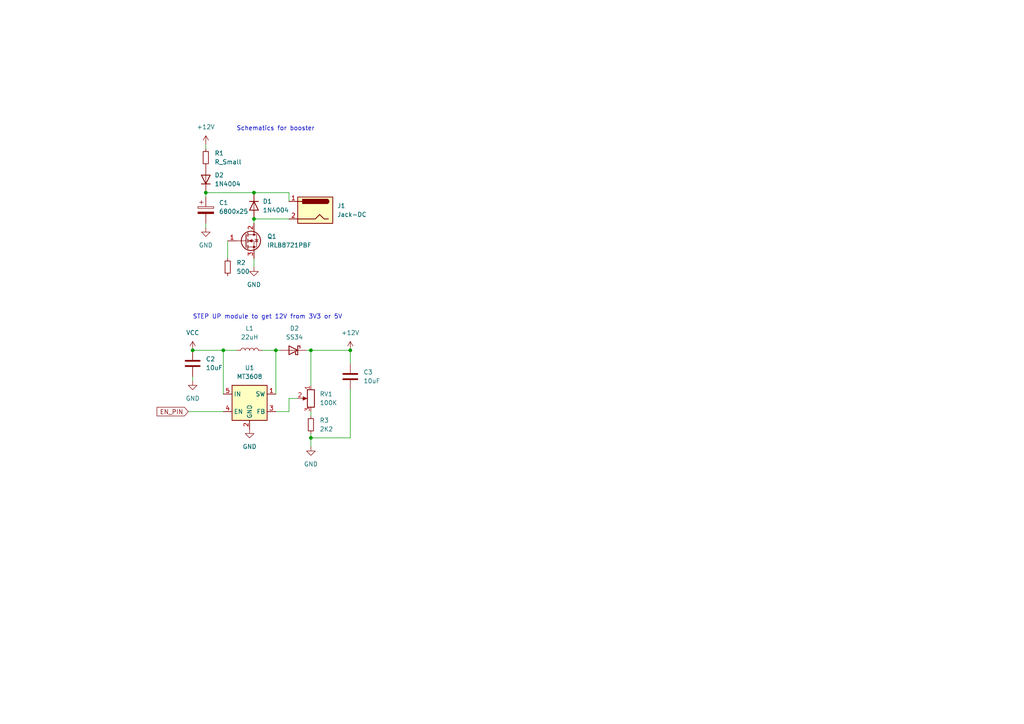
<source format=kicad_sch>
(kicad_sch (version 20211123) (generator eeschema)
  (paper "A4")
  (lib_symbols
    (symbol "Connector:Jack-DC" (pin_names (offset 1.016))
      (property "Reference" "J" (at 0 5.334 0))
      (property "Value" "Jack-DC" (at 0 -5.08 0))
      (symbol "Jack-DC_0_1"
        (rectangle (start -5.08 3.81) (end 5.08 -3.81) (stroke (width 0.254)) (fill (type background)))
        (arc (start -3.302 3.175) (mid -3.937 2.54) (end -3.302 1.905) (stroke (width 0.254)))
        (arc (start -3.302 3.175) (mid -3.937 2.54) (end -3.302 1.905) (stroke (width 0.254)) (fill (type outline)))
        (polyline (pts (xy 5.08 2.54) (xy 3.81 2.54)) (stroke (width 0.254)))
        (polyline (pts (xy -3.81 -2.54) (xy -2.54 -2.54) (xy -1.27 -1.27) (xy 0 -2.54) (xy 2.54 -2.54) (xy 5.08 -2.54)) (stroke (width 0.254)))
        (rectangle (start 3.683 3.175) (end -3.302 1.905) (stroke (width 0.254)) (fill (type outline)))
      )
      (symbol "Jack-DC_1_1"
        (pin passive line (at 7.62 2.54 180) (length 2.54) (name "~") (number "1"))
        (pin passive line (at 7.62 -2.54 180) (length 2.54) (name "~") (number "2"))
      )
    )
    (symbol "Device:C" (pin_numbers hide) (pin_names (offset 0.254))
      (property "Reference" "C" (at 0.635 2.54 0))
      (property "Value" "C" (at 0.635 -2.54 0))
      (symbol "C_0_1"
        (polyline (pts (xy -2.032 -0.762) (xy 2.032 -0.762)) (stroke (width 0.508)))
        (polyline (pts (xy -2.032 0.762) (xy 2.032 0.762)) (stroke (width 0.508)))
      )
      (symbol "C_1_1"
        (pin passive line (at 0 3.81 270) (length 2.794) (name "~") (number "1"))
        (pin passive line (at 0 -3.81 90) (length 2.794) (name "~") (number "2"))
      )
    )
    (symbol "Device:C_Polarized" (pin_numbers hide) (pin_names (offset 0.254))
      (property "Reference" "C" (at 0.635 2.54 0))
      (property "Value" "C_Polarized" (at 0.635 -2.54 0))
      (symbol "C_Polarized_0_1"
        (rectangle (start -2.286 0.508) (end 2.286 1.016))
        (polyline (pts (xy -1.778 2.286) (xy -0.762 2.286)))
        (polyline (pts (xy -1.27 2.794) (xy -1.27 1.778)))
        (rectangle (start 2.286 -0.508) (end -2.286 -1.016) (fill (type outline)))
      )
      (symbol "C_Polarized_1_1"
        (pin passive line (at 0 3.81 270) (length 2.794) (name "~") (number "1"))
        (pin passive line (at 0 -3.81 90) (length 2.794) (name "~") (number "2"))
      )
    )
    (symbol "Device:D_Schottky" (pin_numbers hide) (pin_names (offset 1.016) hide)
      (property "Reference" "D" (at 0 2.54 0))
      (property "Value" "D_Schottky" (at 0 -2.54 0))
      (symbol "D_Schottky_0_1"
        (polyline (pts (xy 1.27 0) (xy -1.27 0)))
        (polyline (pts (xy 1.27 1.27) (xy 1.27 -1.27) (xy -1.27 0) (xy 1.27 1.27)) (stroke (width 0.254)))
        (polyline (pts (xy -1.905 0.635) (xy -1.905 1.27) (xy -1.27 1.27) (xy -1.27 -1.27) (xy -0.635 -1.27) (xy -0.635 -0.635)) (stroke (width 0.254)))
      )
      (symbol "D_Schottky_1_1"
        (pin passive line (at -3.81 0 0) (length 2.54) (name "K") (number "1"))
        (pin passive line (at 3.81 0 180) (length 2.54) (name "A") (number "2"))
      )
    )
    (symbol "Device:L" (pin_numbers hide) (pin_names (offset 1.016) hide)
      (property "Reference" "L" (at -1.27 0 90))
      (property "Value" "L" (at 1.905 0 90))
      (symbol "L_0_1"
        (arc (start 0 -2.54) (mid 0.635 -1.905) (end 0 -1.27))
        (arc (start 0 -1.27) (mid 0.635 -0.635) (end 0 0))
        (arc (start 0 0) (mid 0.635 0.635) (end 0 1.27))
        (arc (start 0 1.27) (mid 0.635 1.905) (end 0 2.54))
      )
      (symbol "L_1_1"
        (pin passive line (at 0 3.81 270) (length 1.27) (name "1") (number "1"))
        (pin passive line (at 0 -3.81 90) (length 1.27) (name "2") (number "2"))
      )
    )
    (symbol "Device:R_Potentiometer" (pin_names (offset 1.016) hide)
      (property "Reference" "RV" (at -4.445 0 90))
      (property "Value" "R_Potentiometer" (at -2.54 0 90))
      (symbol "R_Potentiometer_0_1"
        (polyline (pts (xy 2.54 0) (xy 1.524 0)))
        (polyline (pts (xy 1.143 0) (xy 2.286 0.508) (xy 2.286 -0.508) (xy 1.143 0)) (fill (type outline)))
        (rectangle (start 1.016 2.54) (end -1.016 -2.54) (stroke (width 0.254)))
      )
      (symbol "R_Potentiometer_1_1"
        (pin passive line (at 0 3.81 270) (length 1.27) (name "1") (number "1"))
        (pin passive line (at 3.81 0 180) (length 1.27) (name "2") (number "2"))
        (pin passive line (at 0 -3.81 90) (length 1.27) (name "3") (number "3"))
      )
    )
    (symbol "Device:R_Small" (pin_numbers hide) (pin_names (offset 0.254) hide)
      (property "Reference" "R" (at 0.762 0.508 0))
      (property "Value" "R_Small" (at 0.762 -1.016 0))
      (symbol "R_Small_0_1"
        (rectangle (start -0.762 1.778) (end 0.762 -1.778) (stroke (width 0.2032)))
      )
      (symbol "R_Small_1_1"
        (pin passive line (at 0 2.54 270) (length 0.762) (name "~") (number "1"))
        (pin passive line (at 0 -2.54 90) (length 0.762) (name "~") (number "2"))
      )
    )
    (symbol "Diode:1N4004" (pin_numbers hide) (pin_names (offset 1.016) hide)
      (property "Reference" "D" (at 0 2.54 0))
      (property "Value" "1N4004" (at 0 -2.54 0))
      (symbol "1N4004_0_1"
        (polyline (pts (xy -1.27 1.27) (xy -1.27 -1.27)) (stroke (width 0.254)))
        (polyline (pts (xy 1.27 0) (xy -1.27 0)))
        (polyline (pts (xy 1.27 1.27) (xy 1.27 -1.27) (xy -1.27 0) (xy 1.27 1.27)) (stroke (width 0.254)))
      )
      (symbol "1N4004_1_1"
        (pin passive line (at -3.81 0 0) (length 2.54) (name "K") (number "1"))
        (pin passive line (at 3.81 0 180) (length 2.54) (name "A") (number "2"))
      )
    )
    (symbol "Regulator_Switching:MT3608"
      (property "Reference" "U" (at -2.54 8.89 0))
      (property "Value" "MT3608" (at -3.81 6.35 0))
      (symbol "MT3608_0_1"
        (rectangle (start -5.08 5.08) (end 5.08 -5.08) (stroke (width 0.254)) (fill (type background)))
      )
      (symbol "MT3608_1_1"
        (pin passive line (at 7.62 2.54 180) (length 2.54) (name "SW") (number "1"))
        (pin power_in line (at 0 -7.62 90) (length 2.54) (name "GND") (number "2"))
        (pin input line (at 7.62 -2.54 180) (length 2.54) (name "FB") (number "3"))
        (pin input line (at -7.62 -2.54 0) (length 2.54) (name "EN") (number "4"))
        (pin power_in line (at -7.62 2.54 0) (length 2.54) (name "IN") (number "5"))
        (pin no_connect line (at 5.08 0 180) (length 2.54) hide (name "NC") (number "6"))
      )
    )
    (symbol "Transistor_FET:IRLB8721PBF" (pin_names hide)
      (property "Reference" "Q" (at 6.35 1.905 0))
      (property "Value" "IRLB8721PBF" (at 6.35 0 0))
      (symbol "IRLB8721PBF_0_1"
        (polyline (pts (xy 0.254 0) (xy -2.54 0)))
        (polyline (pts (xy 0.254 1.905) (xy 0.254 -1.905)) (stroke (width 0.254)))
        (polyline (pts (xy 0.762 -1.27) (xy 0.762 -2.286)) (stroke (width 0.254)))
        (polyline (pts (xy 0.762 0.508) (xy 0.762 -0.508)) (stroke (width 0.254)))
        (polyline (pts (xy 0.762 2.286) (xy 0.762 1.27)) (stroke (width 0.254)))
        (polyline (pts (xy 2.54 2.54) (xy 2.54 1.778)))
        (polyline (pts (xy 2.54 -2.54) (xy 2.54 0) (xy 0.762 0)))
        (polyline (pts (xy 0.762 -1.778) (xy 3.302 -1.778) (xy 3.302 1.778) (xy 0.762 1.778)))
        (polyline (pts (xy 1.016 0) (xy 2.032 0.381) (xy 2.032 -0.381) (xy 1.016 0)) (fill (type outline)))
        (polyline (pts (xy 2.794 0.508) (xy 2.921 0.381) (xy 3.683 0.381) (xy 3.81 0.254)))
        (polyline (pts (xy 3.302 0.381) (xy 2.921 -0.254) (xy 3.683 -0.254) (xy 3.302 0.381)))
        (circle (center 1.651 0) (radius 2.794) (stroke (width 0.254)))
        (circle (center 2.54 -1.778) (radius 0.254) (fill (type outline)))
        (circle (center 2.54 1.778) (radius 0.254) (fill (type outline)))
      )
      (symbol "IRLB8721PBF_1_1"
        (pin input line (at -5.08 0 0) (length 2.54) (name "G") (number "1"))
        (pin passive line (at 2.54 5.08 270) (length 2.54) (name "D") (number "2"))
        (pin passive line (at 2.54 -5.08 90) (length 2.54) (name "S") (number "3"))
      )
    )
    (symbol "power:+12V" (power) (pin_names (offset 0))
      (property "Value" "+12V" (at 0 3.556 0))
      (symbol "+12V_0_1"
        (polyline (pts (xy -0.762 1.27) (xy 0 2.54)))
        (polyline (pts (xy 0 0) (xy 0 2.54)))
        (polyline (pts (xy 0 2.54) (xy 0.762 1.27)))
      )
      (symbol "+12V_1_1"
        (pin power_in line (at 0 0 90) (length 0) hide (name "+12V") (number "1"))
      )
    )
    (symbol "power:GND" (power) (pin_names (offset 0))
      (property "Value" "GND" (at 0 -3.81 0))
      (symbol "GND_0_1"
        (polyline (pts (xy 0 0) (xy 0 -1.27) (xy 1.27 -1.27) (xy 0 -2.54) (xy -1.27 -1.27) (xy 0 -1.27)))
      )
      (symbol "GND_1_1"
        (pin power_in line (at 0 0 270) (length 0) hide (name "GND") (number "1"))
      )
    )
    (symbol "power:VCC" (power) (pin_names (offset 0))
      (property "Value" "VCC" (at 0 3.81 0))
      (symbol "VCC_0_1"
        (polyline (pts (xy -0.762 1.27) (xy 0 2.54)))
        (polyline (pts (xy 0 0) (xy 0 2.54)))
        (polyline (pts (xy 0 2.54) (xy 0.762 1.27)))
      )
      (symbol "VCC_1_1"
        (pin power_in line (at 0 0 90) (length 0) hide (name "VCC") (number "1"))
      )
    )
  )
  (junction (at 73.66 63.5))
  (junction (at 64.77 101.6))
  (junction (at 101.6 101.6))
  (junction (at 55.88 101.6))
  (junction (at 80.01 101.6))
  (junction (at 90.17 127))
  (junction (at 59.69 55.88))
  (junction (at 90.17 101.6))
  (junction (at 73.66 55.88))
  (wire (pts (xy 59.69 41.91) (xy 59.69 43.18)))
  (wire (pts (xy 83.82 115.57) (xy 83.82 119.38)))
  (wire (pts (xy 66.04 74.93) (xy 66.04 69.85)))
  (wire (pts (xy 90.17 101.6) (xy 101.6 101.6)))
  (wire (pts (xy 83.82 55.88) (xy 83.82 58.42)))
  (wire (pts (xy 73.66 74.93) (xy 73.66 77.47)))
  (wire (pts (xy 83.82 119.38) (xy 80.01 119.38)))
  (wire (pts (xy 55.88 109.22) (xy 55.88 110.49)))
  (wire (pts (xy 59.69 55.88) (xy 59.69 57.15)))
  (wire (pts (xy 101.6 101.6) (xy 101.6 105.41)))
  (wire (pts (xy 64.77 101.6) (xy 68.58 101.6)))
  (wire (pts (xy 59.69 64.77) (xy 59.69 66.04)))
  (wire (pts (xy 54.61 119.38) (xy 64.77 119.38)))
  (wire (pts (xy 80.01 101.6) (xy 81.28 101.6)))
  (wire (pts (xy 73.66 55.88) (xy 83.82 55.88)))
  (wire (pts (xy 80.01 101.6) (xy 80.01 114.3)))
  (wire (pts (xy 101.6 127) (xy 90.17 127)))
  (wire (pts (xy 76.2 101.6) (xy 80.01 101.6)))
  (wire (pts (xy 90.17 119.38) (xy 90.17 120.65)))
  (wire (pts (xy 90.17 101.6) (xy 90.17 111.76)))
  (wire (pts (xy 88.9 101.6) (xy 90.17 101.6)))
  (wire (pts (xy 55.88 101.6) (xy 64.77 101.6)))
  (wire (pts (xy 90.17 129.54) (xy 90.17 127)))
  (wire (pts (xy 73.66 63.5) (xy 83.82 63.5)))
  (wire (pts (xy 86.36 115.57) (xy 83.82 115.57)))
  (wire (pts (xy 64.77 114.3) (xy 64.77 101.6)))
  (wire (pts (xy 59.69 55.88) (xy 73.66 55.88)))
  (wire (pts (xy 90.17 127) (xy 90.17 125.73)))
  (wire (pts (xy 73.66 64.77) (xy 73.66 63.5)))
  (wire (pts (xy 101.6 113.03) (xy 101.6 127)))
  (text "Schematics for booster" (at 68.58 38.1 0) (effects (font (size 1.27 1.27)) (justify left bottom)))
  (text "STEP UP module to get 12V from 3V3 or 5V" (at 55.88 92.71 0) (effects (font (size 1.27 1.27)) (justify left bottom)))
  (global_label "EN_PIN" (shape input) (at 54.61 119.38 180) (property "Intersheet References" "${INTERSHEET_REFS}" (effects hide)))
  (symbol (lib_id "Device:C") (at 101.6 109.22 0) (unit 1)
    (property "Reference" "C3" (at 105.41 107.9499 0) (effects (justify left)))
    (property "Value" "10uF" (at 105.41 110.4899 0) (effects (justify left)))
  )
  (symbol (lib_id "power:GND") (at 55.88 110.49 0) (unit 1)
    (property "Reference" "#PWR?" (effects hide))
    (property "Value" "GND" (at 55.88 115.57 0))
  )
  (symbol (lib_id "Regulator_Switching:MT3608") (at 72.39 116.84 0) (unit 1)
    (property "Reference" "U1" (at 72.39 106.68 0))
    (property "Value" "MT3608" (at 72.39 109.22 0))
    (property "Footprint" "Package_TO_SOT_SMD:SOT-23-6" (effects hide))
    (property "Datasheet" "https://www.olimex.com/Products/Breadboarding/BB-PWR-3608/resources/MT3608.pdf" (effects hide))
  )
  (symbol (lib_id "Device:R_Small") (at 66.04 77.47 0) (unit 1)
    (property "Reference" "R2" (at 68.58 76.1999 0) (effects (justify left)))
    (property "Value" "500" (at 68.58 78.7399 0) (effects (justify left)))
  )
  (symbol (lib_id "Device:R_Small") (at 90.17 123.19 0) (unit 1)
    (property "Reference" "R3" (at 92.71 121.9199 0) (effects (justify left)))
    (property "Value" "2K2" (at 92.71 124.4599 0) (effects (justify left)))
  )
  (symbol (lib_id "Diode:1N4004") (at 59.69 52.07 90) (unit 1)
    (property "Reference" "D2" (at 62.23 50.7999 90) (effects (justify right)))
    (property "Value" "1N4004" (at 62.23 53.3399 90) (effects (justify right)))
    (property "Footprint" "Diode_THT:D_DO-41_SOD81_P10.16mm_Horizontal" (effects hide))
    (property "Datasheet" "http://www.vishay.com/docs/88503/1n4001.pdf" (effects hide))
  )
  (symbol (lib_id "Connector:Jack-DC") (at 91.44 60.96 0) (mirror y) (unit 1)
    (property "Reference" "J1" (at 97.79 59.6899 0) (effects (justify right)))
    (property "Value" "Jack-DC" (at 97.79 62.2299 0) (effects (justify right)))
  )
  (symbol (lib_id "Transistor_FET:IRLB8721PBF") (at 71.12 69.85 0) (unit 1)
    (property "Reference" "Q1" (at 77.47 68.5799 0) (effects (justify left)))
    (property "Value" "IRLB8721PBF" (at 77.47 71.1199 0) (effects (justify left)))
    (property "Footprint" "Package_TO_SOT_THT:TO-220-3_Vertical" (effects hide))
    (property "Datasheet" "http://www.infineon.com/dgdl/irlb8721pbf.pdf?fileId=5546d462533600a40153566056732591" (effects hide))
  )
  (symbol (lib_id "power:GND") (at 90.17 129.54 0) (unit 1)
    (property "Reference" "#PWR?" (effects hide))
    (property "Value" "GND" (at 90.17 134.62 0))
  )
  (symbol (lib_id "Device:R_Small") (at 59.69 45.72 0) (unit 1)
    (property "Reference" "R1" (at 62.23 44.4499 0) (effects (justify left)))
    (property "Value" "R_Small" (at 62.23 46.9899 0) (effects (justify left)))
  )
  (symbol (lib_id "power:GND") (at 72.39 124.46 0) (unit 1)
    (property "Reference" "#PWR?" (effects hide))
    (property "Value" "GND" (at 72.39 129.54 0))
  )
  (symbol (lib_id "Device:C") (at 55.88 105.41 0) (unit 1)
    (property "Reference" "C2" (at 59.69 104.1399 0) (effects (justify left)))
    (property "Value" "10uF" (at 59.69 106.6799 0) (effects (justify left)))
  )
  (symbol (lib_id "power:GND") (at 73.66 77.47 0) (unit 1)
    (property "Reference" "#PWR?" (effects hide))
    (property "Value" "GND" (at 73.66 82.55 0))
  )
  (symbol (lib_id "Device:R_Potentiometer") (at 90.17 115.57 0) (mirror y) (unit 1)
    (property "Reference" "RV1" (at 92.71 114.2999 0) (effects (justify right)))
    (property "Value" "100K" (at 92.71 116.8399 0) (effects (justify right)))
  )
  (symbol (lib_id "Device:D_Schottky") (at 85.09 101.6 0) (mirror y) (unit 1)
    (property "Reference" "D2" (at 85.4075 95.25 0))
    (property "Value" "SS34" (at 85.4075 97.79 0))
  )
  (symbol (lib_id "power:GND") (at 59.69 66.04 0) (unit 1)
    (property "Reference" "#PWR?" (effects hide))
    (property "Value" "GND" (at 59.69 71.12 0))
  )
  (symbol (lib_id "power:+12V") (at 59.69 41.91 0) (unit 1)
    (property "Reference" "#PWR?" (effects hide))
    (property "Value" "+12V" (at 59.69 36.83 0))
  )
  (symbol (lib_id "power:+12V") (at 101.6 101.6 0) (unit 1)
    (property "Reference" "#PWR?" (effects hide))
    (property "Value" "+12V" (at 101.6 96.52 0))
  )
  (symbol (lib_id "Diode:1N4004") (at 73.66 59.69 270) (unit 1)
    (property "Reference" "D1" (at 76.2 58.4199 90) (effects (justify left)))
    (property "Value" "1N4004" (at 76.2 60.9599 90) (effects (justify left)))
    (property "Footprint" "Diode_THT:D_DO-41_SOD81_P10.16mm_Horizontal" (effects hide))
    (property "Datasheet" "http://www.vishay.com/docs/88503/1n4001.pdf" (effects hide))
  )
  (symbol (lib_id "power:VCC") (at 55.88 101.6 0) (unit 1)
    (property "Reference" "#PWR?" (effects hide))
    (property "Value" "VCC" (at 55.88 96.52 0))
  )
  (symbol (lib_id "Device:L") (at 72.39 101.6 90) (unit 1)
    (property "Reference" "L1" (at 72.39 95.25 90))
    (property "Value" "22uH" (at 72.39 97.79 90))
  )
  (symbol (lib_id "Device:C_Polarized") (at 59.69 60.96 0) (unit 1)
    (property "Reference" "C1" (at 63.5 58.8009 0) (effects (justify left)))
    (property "Value" "6800x25" (at 63.5 61.3409 0) (effects (justify left)))
  )
)
</source>
